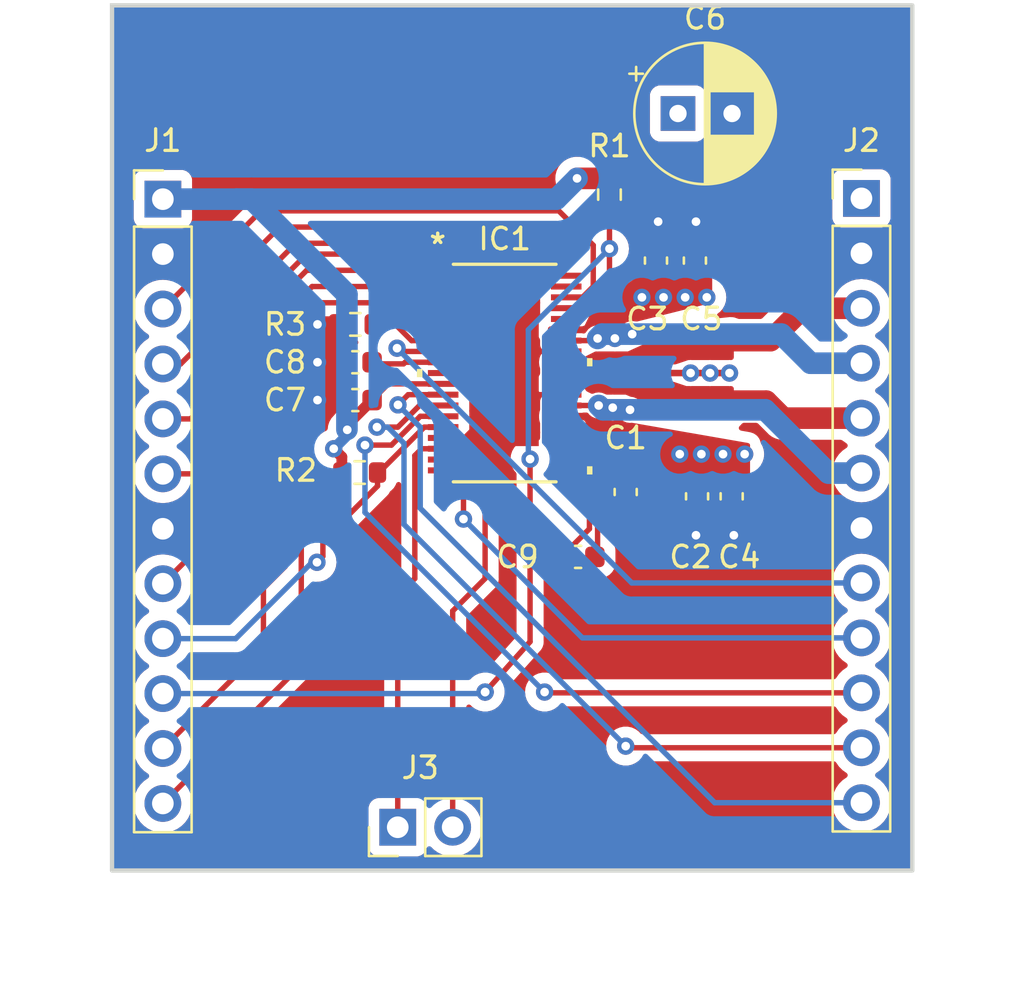
<source format=kicad_pcb>
(kicad_pcb (version 20221018) (generator pcbnew)
  (layers (0 "F.Cu" signal) (1 "In1.Cu" signal) (2 "In2.Cu" signal) (31 "B.Cu" signal) (34 "B.Paste" user) (35 "F.Paste" user) (36 "B.SilkS" user "B.Silkscreen") (37 "F.SilkS" user "F.Silkscreen") (38 "B.Mask" user) (39 "F.Mask" user) (44 "Edge.Cuts" user))
  (net 0 "")
  (net 1 "Vdrive")
  (net 2 "GND")
  (net 3 "/VCP")
  (net 4 "VCC")
  (net 5 "Net-(IC1-VDD1V8)")
  (net 6 "Net-(IC1-CPO)")
  (net 7 "Net-(IC1-CPI)")
  (net 8 "/MOSI")
  (net 9 "/MISO")
  (net 10 "/CLK16")
  (net 12 "/STEP")
  (net 13 "/DIR")
  (net 14 "Net-(IC1-IREF)")
  (net 15 "/AIN")
  (net 16 "/ENCN")
  (net 17 "/ENCB")
  (net 18 "/ENCA")
  (net 19 "/DRV_ENn")
  (net 20 "/DOAG0")
  (net 21 "/DIAG1{slash}SW")
  (net 22 "/OV")
  (net 25 "/B1")
  (net 26 "/B2")
  (net 27 "/A2")
  (net 28 "/A1")
  (net 30 "/SLEEPn")
  (net 31 "/CSn")
  (net 33 "/SCK")
  (footprint "Capacitor_SMD:C_0603_1608Metric" (layer "F.Cu") (at 131.3 69 180)
    (fp_text reference "C9" (at 2.8 0) (layer "F.SilkS"))
    (fp_text value "22n")
    (fp_line (start -0.14058 -0.51) (end 0.14058 -0.51) (stroke (width 0.12)) (layer "F.SilkS"))
    (fp_line (start -0.14058 0.51) (end 0.14058 0.51) (stroke (width 0.12)) (layer "F.SilkS"))
    (pad "1" smd roundrect (at -0.775 0 180) (size 0.9 0.95) (layers "F.Cu" "F.Paste" "F.Mask") (net 6 "Net-(IC1-CPO)"))
    (pad "2" smd roundrect (at 0.775 0 180) (size 0.9 0.95) (layers "F.Cu" "F.Paste" "F.Mask") (net 7 "Net-(IC1-CPI)"))
  )
  (footprint "TMC:TSSOP38_4-4X9-7_TRI" (layer "F.Cu") (at 127.9052 60.499999)
    (fp_text reference "IC1" (at 0 -6.2 unlocked) (layer "F.SilkS"))
    (fp_text value "~")
    (fp_text user "*" (at -3.0988 -5.9224 unlocked) (layer "F.SilkS"))
    (fp_text user "*" (at -3.0988 -5.9224) (layer "F.SilkS"))
    (fp_line (start -2.3749 5.0292) (end 2.3749 5.0292) (stroke (width 0.1524)) (layer "F.SilkS"))
    (fp_line (start 2.3749 -5.0292) (end -2.3749 -5.0292) (stroke (width 0.1524)) (layer "F.SilkS"))
    (fp_poly (pts (xy -4.058399 -0.1905) (xy -4.058399 0.1905) (xy -3.804399 0.1905) (xy -3.804399 -0.1905)) (fill solid) (layer "F.SilkS"))
    (fp_poly (pts (xy 4.058399 -0.690502) (xy 4.058399 -0.309502) (xy 3.804399 -0.309502) (xy 3.804399 -0.690502)) (fill solid) (layer "F.SilkS"))
    (fp_poly (pts (xy 4.058399 4.309499) (xy 4.058399 4.690499) (xy 3.804399 4.690499) (xy 3.804399 4.309499)) (fill solid) (layer "F.SilkS"))
    (pad "1" smd rect (at -2.8448 -4.499999) (size 1.411198 0.2794) (layers "F.Cu" "F.Paste" "F.Mask") (net 8 "/MOSI"))
    (pad "2" smd rect (at -2.8448 -4) (size 1.411198 0.2794) (layers "F.Cu" "F.Paste" "F.Mask") (net 9 "/MISO"))
    (pad "3" smd rect (at -2.8448 -3.500001) (size 1.411198 0.2794) (layers "F.Cu" "F.Paste" "F.Mask") (net 10 "/CLK16"))
    (pad "4" smd rect (at -2.8448 -2.999999) (size 1.411198 0.2794) (layers "F.Cu" "F.Paste" "F.Mask"))
    (pad "5" smd rect (at -2.8448 -2.5) (size 1.411198 0.2794) (layers "F.Cu" "F.Paste" "F.Mask") (net 12 "/STEP"))
    (pad "6" smd rect (at -2.8448 -2.000001) (size 1.411198 0.2794) (layers "F.Cu" "F.Paste" "F.Mask") (net 13 "/DIR"))
    (pad "7" smd rect (at -2.8448 -1.5) (size 1.411198 0.2794) (layers "F.Cu" "F.Paste" "F.Mask") (net 14 "Net-(IC1-IREF)"))
    (pad "8" smd rect (at -2.8448 -1.000001) (size 1.411198 0.2794) (layers "F.Cu" "F.Paste" "F.Mask") (net 15 "/AIN"))
    (pad "9" smd rect (at -2.8448 -0.499999) (size 1.411198 0.2794) (layers "F.Cu" "F.Paste" "F.Mask") (net 5 "Net-(IC1-VDD1V8)"))
    (pad "10" smd rect (at -2.8448 0) (size 1.411198 0.2794) (layers "F.Cu" "F.Paste" "F.Mask") (net 2 "GND"))
    (pad "11" smd rect (at -2.8448 0.499999) (size 1.411198 0.2794) (layers "F.Cu" "F.Paste" "F.Mask") (net 4 "VCC"))
    (pad "12" smd rect (at -2.8448 1.000001) (size 1.411198 0.2794) (layers "F.Cu" "F.Paste" "F.Mask") (net 16 "/ENCN"))
    (pad "13" smd rect (at -2.8448 1.5) (size 1.411198 0.2794) (layers "F.Cu" "F.Paste" "F.Mask") (net 17 "/ENCB"))
    (pad "14" smd rect (at -2.8448 2.000001) (size 1.411198 0.2794) (layers "F.Cu" "F.Paste" "F.Mask") (net 18 "/ENCA"))
    (pad "15" smd rect (at -2.8448 2.5) (size 1.411198 0.2794) (layers "F.Cu" "F.Paste" "F.Mask") (net 19 "/DRV_ENn"))
    (pad "16" smd rect (at -2.8448 2.999999) (size 1.411198 0.2794) (layers "F.Cu" "F.Paste" "F.Mask") (net 2 "GND"))
    (pad "17" smd rect (at -2.8448 3.500001) (size 1.411198 0.2794) (layers "F.Cu" "F.Paste" "F.Mask") (net 20 "/DOAG0"))
    (pad "18" smd rect (at -2.8448 4) (size 1.411198 0.2794) (layers "F.Cu" "F.Paste" "F.Mask") (net 21 "/DIAG1{slash}SW"))
    (pad "19" smd rect (at -2.8448 4.500001) (size 1.411198 0.2794) (layers "F.Cu" "F.Paste" "F.Mask") (net 22 "/OV"))
    (pad "20" smd rect (at 2.8448 4.499999) (size 1.411198 0.2794) (layers "F.Cu" "F.Paste" "F.Mask") (net 7 "Net-(IC1-CPI)"))
    (pad "21" smd rect (at 2.8448 4) (size 1.411198 0.2794) (layers "F.Cu" "F.Paste" "F.Mask"))
    (pad "22" smd rect (at 2.8448 3.500001) (size 1.411198 0.2794) (layers "F.Cu" "F.Paste" "F.Mask") (net 6 "Net-(IC1-CPO)"))
    (pad "23" smd rect (at 2.8448 2.999999) (size 1.411198 0.2794) (layers "F.Cu" "F.Paste" "F.Mask") (net 3 "/VCP"))
    (pad "24" smd rect (at 2.8448 2.5) (size 1.411198 0.2794) (layers "F.Cu" "F.Paste" "F.Mask"))
    (pad "25" smd rect (at 2.8448 1.999999) (size 1.411198 0.2794) (layers "F.Cu" "F.Paste" "F.Mask") (net 1 "Vdrive"))
    (pad "26" smd rect (at 2.8448 1.5) (size 1.411198 0.2794) (layers "F.Cu" "F.Paste" "F.Mask") (net 25 "/B1"))
    (pad "27" smd rect (at 2.8448 1.000001) (size 1.411198 0.2794) (layers "F.Cu" "F.Paste" "F.Mask") (net 2 "GND"))
    (pad "28" smd rect (at 2.8448 0.499999) (size 1.411198 0.2794) (layers "F.Cu" "F.Paste" "F.Mask") (net 26 "/B2"))
    (pad "29" smd rect (at 2.8448 0) (size 1.411198 0.2794) (layers "F.Cu" "F.Paste" "F.Mask") (net 1 "Vdrive"))
    (pad "30" smd rect (at 2.8448 -0.500002) (size 1.411198 0.2794) (layers "F.Cu" "F.Paste" "F.Mask") (net 27 "/A2"))
    (pad "31" smd rect (at 2.8448 -1.000001) (size 1.411198 0.2794) (layers "F.Cu" "F.Paste" "F.Mask") (net 2 "GND"))
    (pad "32" smd rect (at 2.8448 -1.5) (size 1.411198 0.2794) (layers "F.Cu" "F.Paste" "F.Mask") (net 28 "/A1"))
    (pad "33" smd rect (at 2.8448 -2.000001) (size 1.411198 0.2794) (layers "F.Cu" "F.Paste" "F.Mask") (net 1 "Vdrive"))
    (pad "34" smd rect (at 2.8448 -2.5) (size 1.411198 0.2794) (layers "F.Cu" "F.Paste" "F.Mask"))
    (pad "35" smd rect (at 2.8448 -2.999999) (size 1.411198 0.2794) (layers "F.Cu" "F.Paste" "F.Mask") (net 30 "/SLEEPn"))
    (pad "36" smd rect (at 2.8448 -3.500001) (size 1.411198 0.2794) (layers "F.Cu" "F.Paste" "F.Mask") (net 31 "/CSn"))
    (pad "37" smd rect (at 2.8448 -4) (size 1.411198 0.2794) (layers "F.Cu" "F.Paste" "F.Mask"))
    (pad "38" smd rect (at 2.8448 -4.500001) (size 1.411198 0.2794) (layers "F.Cu" "F.Paste" "F.Mask") (net 33 "/SCK"))
    (pad "39" smd rect (at 0 0) (size 3.1496 6.7564) (layers "F.Cu" "F.Mask") (net 2 "GND"))
  )
  (footprint "Capacitor_SMD:C_0603_1608Metric" (layer "F.Cu") (at 134.9 55.3 90)
    (fp_text reference "C3" (at -2.7 -0.4 180) (layer "F.SilkS"))
    (fp_text value "100n")
    (fp_line (start -0.14058 -0.51) (end 0.14058 -0.51) (stroke (width 0.12)) (layer "F.SilkS"))
    (fp_line (start -0.14058 0.51) (end 0.14058 0.51) (stroke (width 0.12)) (layer "F.SilkS"))
    (pad "1" smd roundrect (at -0.775 0 90) (size 0.9 0.95) (layers "F.Cu" "F.Paste" "F.Mask") (net 1 "Vdrive"))
    (pad "2" smd roundrect (at 0.775 0 90) (size 0.9 0.95) (layers "F.Cu" "F.Paste" "F.Mask") (net 2 "GND"))
  )
  (footprint "Capacitor_SMD:C_0603_1608Metric" (layer "F.Cu") (at 138.4 66.2 -90)
    (fp_text reference "C4" (at 2.8 -0.35 -180) (layer "F.SilkS"))
    (fp_text value "1u")
    (fp_line (start -0.14058 -0.51) (end 0.14058 -0.51) (stroke (width 0.12)) (layer "F.SilkS"))
    (fp_line (start -0.14058 0.51) (end 0.14058 0.51) (stroke (width 0.12)) (layer "F.SilkS"))
    (pad "1" smd roundrect (at -0.775 0 270) (size 0.9 0.95) (layers "F.Cu" "F.Paste" "F.Mask") (net 1 "Vdrive"))
    (pad "2" smd roundrect (at 0.775 0 270) (size 0.9 0.95) (layers "F.Cu" "F.Paste" "F.Mask") (net 2 "GND"))
  )
  (footprint "Resistor_SMD:R_0603_1608Metric" (layer "F.Cu") (at 121 58.25 180)
    (fp_text reference "R3" (at 3.25 0) (layer "F.SilkS"))
    (fp_text value "12k")
    (fp_line (start -0.237258 -0.5225) (end 0.237258 -0.5225) (stroke (width 0.12)) (layer "F.SilkS"))
    (fp_line (start -0.237258 0.5225) (end 0.237258 0.5225) (stroke (width 0.12)) (layer "F.SilkS"))
    (pad "1" smd roundrect (at -0.825 0 180) (size 0.8 0.95) (layers "F.Cu" "F.Paste" "F.Mask") (net 14 "Net-(IC1-IREF)"))
    (pad "2" smd roundrect (at 0.825 0 180) (size 0.8 0.95) (layers "F.Cu" "F.Paste" "F.Mask") (net 2 "GND"))
  )
  (footprint "Capacitor_THT:CP_Radial_D6.3mm_P2.50mm" (layer "F.Cu") (at 135.917621 48.5)
    (fp_text reference "C6" (at 1.25 -4.4) (layer "F.SilkS"))
    (fp_text value "47u")
    (fp_line (start -2.250241 -1.839) (end -1.620241 -1.839) (stroke (width 0.12)) (layer "F.SilkS"))
    (fp_line (start -1.935241 -2.154) (end -1.935241 -1.524) (stroke (width 0.12)) (layer "F.SilkS"))
    (fp_line (start 1.25 -3.23) (end 1.25 3.23) (stroke (width 0.12)) (layer "F.SilkS"))
    (fp_line (start 1.29 -3.23) (end 1.29 3.23) (stroke (width 0.12)) (layer "F.SilkS"))
    (fp_line (start 1.33 -3.23) (end 1.33 3.23) (stroke (width 0.12)) (layer "F.SilkS"))
    (fp_line (start 1.37 -3.228) (end 1.37 3.228) (stroke (width 0.12)) (layer "F.SilkS"))
    (fp_line (start 1.41 -3.227) (end 1.41 3.227) (stroke (width 0.12)) (layer "F.SilkS"))
    (fp_line (start 1.45 -3.224) (end 1.45 3.224) (stroke (width 0.12)) (layer "F.SilkS"))
    (fp_line (start 1.49 -3.222) (end 1.49 -1.04) (stroke (width 0.12)) (layer "F.SilkS"))
    (fp_line (start 1.49 1.04) (end 1.49 3.222) (stroke (width 0.12)) (layer "F.SilkS"))
    (fp_line (start 1.53 -3.218) (end 1.53 -1.04) (stroke (width 0.12)) (layer "F.SilkS"))
    (fp_line (start 1.53 1.04) (end 1.53 3.218) (stroke (width 0.12)) (layer "F.SilkS"))
    (fp_line (start 1.57 -3.215) (end 1.57 -1.04) (stroke (width 0.12)) (layer "F.SilkS"))
    (fp_line (start 1.57 1.04) (end 1.57 3.215) (stroke (width 0.12)) (layer "F.SilkS"))
    (fp_line (start 1.61 -3.211) (end 1.61 -1.04) (stroke (width 0.12)) (layer "F.SilkS"))
    (fp_line (start 1.61 1.04) (end 1.61 3.211) (stroke (width 0.12)) (layer "F.SilkS"))
    (fp_line (start 1.65 -3.206) (end 1.65 -1.04) (stroke (width 0.12)) (layer "F.SilkS"))
    (fp_line (start 1.65 1.04) (end 1.65 3.206) (stroke (width 0.12)) (layer "F.SilkS"))
    (fp_line (start 1.69 -3.201) (end 1.69 -1.04) (stroke (width 0.12)) (layer "F.SilkS"))
    (fp_line (start 1.69 1.04) (end 1.69 3.201) (stroke (width 0.12)) (layer "F.SilkS"))
    (fp_line (start 1.73 -3.195) (end 1.73 -1.04) (stroke (width 0.12)) (layer "F.SilkS"))
    (fp_line (start 1.73 1.04) (end 1.73 3.195) (stroke (width 0.12)) (layer "F.SilkS"))
    (fp_line (start 1.77 -3.189) (end 1.77 -1.04) (stroke (width 0.12)) (layer "F.SilkS"))
    (fp_line (start 1.77 1.04) (end 1.77 3.189) (stroke (width 0.12)) (layer "F.SilkS"))
    (fp_line (start 1.81 -3.182) (end 1.81 -1.04) (stroke (width 0.12)) (layer "F.SilkS"))
    (fp_line (start 1.81 1.04) (end 1.81 3.182) (stroke (width 0.12)) (layer "F.SilkS"))
    (fp_line (start 1.85 -3.175) (end 1.85 -1.04) (stroke (width 0.12)) (layer "F.SilkS"))
    (fp_line (start 1.85 1.04) (end 1.85 3.175) (stroke (width 0.12)) (layer "F.SilkS"))
    (fp_line (start 1.89 -3.167) (end 1.89 -1.04) (stroke (width 0.12)) (layer "F.SilkS"))
    (fp_line (start 1.89 1.04) (end 1.89 3.167) (stroke (width 0.12)) (layer "F.SilkS"))
    (fp_line (start 1.93 -3.159) (end 1.93 -1.04) (stroke (width 0.12)) (layer "F.SilkS"))
    (fp_line (start 1.93 1.04) (end 1.93 3.159) (stroke (width 0.12)) (layer "F.SilkS"))
    (fp_line (start 1.971 -3.15) (end 1.971 -1.04) (stroke (width 0.12)) (layer "F.SilkS"))
    (fp_line (start 1.971 1.04) (end 1.971 3.15) (stroke (width 0.12)) (layer "F.SilkS"))
    (fp_line (start 2.011 -3.141) (end 2.011 -1.04) (stroke (width 0.12)) (layer "F.SilkS"))
    (fp_line (start 2.011 1.04) (end 2.011 3.141) (stroke (width 0.12)) (layer "F.SilkS"))
    (fp_line (start 2.051 -3.131) (end 2.051 -1.04) (stroke (width 0.12)) (layer "F.SilkS"))
    (fp_line (start 2.051 1.04) (end 2.051 3.131) (stroke (width 0.12)) (layer "F.SilkS"))
    (fp_line (start 2.091 -3.121) (end 2.091 -1.04) (stroke (width 0.12)) (layer "F.SilkS"))
    (fp_line (start 2.091 1.04) (end 2.091 3.121) (stroke (width 0.12)) (layer "F.SilkS"))
    (fp_line (start 2.131 -3.11) (end 2.131 -1.04) (stroke (width 0.12)) (layer "F.SilkS"))
    (fp_line (start 2.131 1.04) (end 2.131 3.11) (stroke (width 0.12)) (layer "F.SilkS"))
    (fp_line (start 2.171 -3.098) (end 2.171 -1.04) (stroke (width 0.12)) (layer "F.SilkS"))
    (fp_line (start 2.171 1.04) (end 2.171 3.098) (stroke (width 0.12)) (layer "F.SilkS"))
    (fp_line (start 2.211 -3.086) (end 2.211 -1.04) (stroke (width 0.12)) (layer "F.SilkS"))
    (fp_line (start 2.211 1.04) (end 2.211 3.086) (stroke (width 0.12)) (layer "F.SilkS"))
    (fp_line (start 2.251 -3.074) (end 2.251 -1.04) (stroke (width 0.12)) (layer "F.SilkS"))
    (fp_line (start 2.251 1.04) (end 2.251 3.074) (stroke (width 0.12)) (layer "F.SilkS"))
    (fp_line (start 2.291 -3.061) (end 2.291 -1.04) (stroke (width 0.12)) (layer "F.SilkS"))
    (fp_line (start 2.291 1.04) (end 2.291 3.061) (stroke (width 0.12)) (layer "F.SilkS"))
    (fp_line (start 2.331 -3.047) (end 2.331 -1.04) (stroke (width 0.12)) (layer "F.SilkS"))
    (fp_line (start 2.331 1.04) (end 2.331 3.047) (stroke (width 0.12)) (layer "F.SilkS"))
    (fp_line (start 2.371 -3.033) (end 2.371 -1.04) (stroke (width 0.12)) (layer "F.SilkS"))
    (fp_line (start 2.371 1.04) (end 2.371 3.033) (stroke (width 0.12)) (layer "F.SilkS"))
    (fp_line (start 2.411 -3.018) (end 2.411 -1.04) (stroke (width 0.12)) (layer "F.SilkS"))
    (fp_line (start 2.411 1.04) (end 2.411 3.018) (stroke (width 0.12)) (layer "F.SilkS"))
    (fp_line (start 2.451 -3.002) (end 2.451 -1.04) (stroke (width 0.12)) (layer "F.SilkS"))
    (fp_line (start 2.451 1.04) (end 2.451 3.002) (stroke (width 0.12)) (layer "F.SilkS"))
    (fp_line (start 2.491 -2.986) (end 2.491 -1.04) (stroke (width 0.12)) (layer "F.SilkS"))
    (fp_line (start 2.491 1.04) (end 2.491 2.986) (stroke (width 0.12)) (layer "F.SilkS"))
    (fp_line (start 2.531 -2.97) (end 2.531 -1.04) (stroke (width 0.12)) (layer "F.SilkS"))
    (fp_line (start 2.531 1.04) (end 2.531 2.97) (stroke (width 0.12)) (layer "F.SilkS"))
    (fp_line (start 2.571 -2.952) (end 2.571 -1.04) (stroke (width 0.12)) (layer "F.SilkS"))
    (fp_line (start 2.571 1.04) (end 2.571 2.952) (stroke (width 0.12)) (layer "F.SilkS"))
    (fp_line (start 2.611 -2.934) (end 2.611 -1.04) (stroke (width 0.12)) (layer "F.SilkS"))
    (fp_line (start 2.611 1.04) (end 2.611 2.934) (stroke (width 0.12)) (layer "F.SilkS"))
    (fp_line (start 2.651 -2.916) (end 2.651 -1.04) (stroke (width 0.12)) (layer "F.SilkS"))
    (fp_line (start 2.651 1.04) (end 2.651 2.916) (stroke (width 0.12)) (layer "F.SilkS"))
    (fp_line (start 2.691 -2.896) (end 2.691 -1.04) (stroke (width 0.12)) (layer "F.SilkS"))
    (fp_line (start 2.691 1.04) (end 2.691 2.896) (stroke (width 0.12)) (layer "F.SilkS"))
    (fp_line (start 2.731 -2.876) (end 2.731 -1.04) (stroke (width 0.12)) (layer "F.SilkS"))
    (fp_line (start 2.731 1.04) (end 2.731 2.876) (stroke (width 0.12)) (layer "F.SilkS"))
    (fp_line (start 2.771 -2.856) (end 2.771 -1.04) (stroke (width 0.12)) (layer "F.SilkS"))
    (fp_line (start 2.771 1.04) (end 2.771 2.856) (stroke (width 0.12)) (layer "F.SilkS"))
    (fp_line (start 2.811 -2.834) (end 2.811 -1.04) (stroke (width 0.12)) (layer "F.SilkS"))
    (fp_line (start 2.811 1.04) (end 2.811 2.834) (stroke (width 0.12)) (layer "F.SilkS"))
    (fp_line (start 2.851 -2.812) (end 2.851 -1.04) (stroke (width 0.12)) (layer "F.SilkS"))
    (fp_line (start 2.851 1.04) (end 2.851 2.812) (stroke (width 0.12)) (layer "F.SilkS"))
    (fp_line (start 2.891 -2.79) (end 2.891 -1.04) (stroke (width 0.12)) (layer "F.SilkS"))
    (fp_line (start 2.891 1.04) (end 2.891 2.79) (stroke (width 0.12)) (layer "F.SilkS"))
    (fp_line (start 2.931 -2.766) (end 2.931 -1.04) (stroke (width 0.12)) (layer "F.SilkS"))
    (fp_line (start 2.931 1.04) (end 2.931 2.766) (stroke (width 0.12)) (layer "F.SilkS"))
    (fp_line (start 2.971 -2.742) (end 2.971 -1.04) (stroke (width 0.12)) (layer "F.SilkS"))
    (fp_line (start 2.971 1.04) (end 2.971 2.742) (stroke (width 0.12)) (layer "F.SilkS"))
    (fp_line (start 3.011 -2.716) (end 3.011 -1.04) (stroke (width 0.12)) (layer "F.SilkS"))
    (fp_line (start 3.011 1.04) (end 3.011 2.716) (stroke (width 0.12)) (layer "F.SilkS"))
    (fp_line (start 3.051 -2.69) (end 3.051 -1.04) (stroke (width 0.12)) (layer "F.SilkS"))
    (fp_line (start 3.051 1.04) (end 3.051 2.69) (stroke (width 0.12)) (layer "F.SilkS"))
    (fp_line (start 3.091 -2.664) (end 3.091 -1.04) (stroke (width 0.12)) (layer "F.SilkS"))
    (fp_line (start 3.091 1.04) (end 3.091 2.664) (stroke (width 0.12)) (layer "F.SilkS"))
    (fp_line (start 3.131 -2.636) (end 3.131 -1.04) (stroke (width 0.12)) (layer "F.SilkS"))
    (fp_line (start 3.131 1.04) (end 3.131 2.636) (stroke (width 0.12)) (layer "F.SilkS"))
    (fp_line (start 3.171 -2.607) (end 3.171 -1.04) (stroke (width 0.12)) (layer "F.SilkS"))
    (fp_line (start 3.171 1.04) (end 3.171 2.607) (stroke (width 0.12)) (layer "F.SilkS"))
    (fp_line (start 3.211 -2.578) (end 3.211 -1.04) (stroke (width 0.12)) (layer "F.SilkS"))
    (fp_line (start 3.211 1.04) (end 3.211 2.578) (stroke (width 0.12)) (layer "F.SilkS"))
    (fp_line (start 3.251 -2.548) (end 3.251 -1.04) (stroke (width 0.12)) (layer "F.SilkS"))
    (fp_line (start 3.251 1.04) (end 3.251 2.548) (stroke (width 0.12)) (layer "F.SilkS"))
    (fp_line (start 3.291 -2.516) (end 3.291 -1.04) (stroke (width 0.12)) (layer "F.SilkS"))
    (fp_line (start 3.291 1.04) (end 3.291 2.516) (stroke (width 0.12)) (layer "F.SilkS"))
    (fp_line (start 3.331 -2.484) (end 3.331 -1.04) (stroke (width 0.12)) (layer "F.SilkS"))
    (fp_line (start 3.331 1.04) (end 3.331 2.484) (stroke (width 0.12)) (layer "F.SilkS"))
    (fp_line (start 3.371 -2.45) (end 3.371 -1.04) (stroke (width 0.12)) (layer "F.SilkS"))
    (fp_line (start 3.371 1.04) (end 3.371 2.45) (stroke (width 0.12)) (layer "F.SilkS"))
    (fp_line (start 3.411 -2.416) (end 3.411 -1.04) (stroke (width 0.12)) (layer "F.SilkS"))
    (fp_line (start 3.411 1.04) (end 3.411 2.416) (stroke (width 0.12)) (layer "F.SilkS"))
    (fp_line (start 3.451 -2.38) (end 3.451 -1.04) (stroke (width 0.12)) (layer "F.SilkS"))
    (fp_line (start 3.451 1.04) (end 3.451 2.38) (stroke (width 0.12)) (layer "F.SilkS"))
    (fp_line (start 3.491 -2.343) (end 3.491 -1.04) (stroke (width 0.12)) (layer "F.SilkS"))
    (fp_line (start 3.491 1.04) (end 3.491 2.343) (stroke (width 0.12)) (layer "F.SilkS"))
    (fp_line (start 3.531 -2.305) (end 3.531 -1.04) (stroke (width 0.12)) (layer "F.SilkS"))
    (fp_line (start 3.531 1.04) (end 3.531 2.305) (stroke (width 0.12)) (layer "F.SilkS"))
    (fp_line (start 3.571 -2.265) (end 3.571 2.265) (stroke (width 0.12)) (layer "F.SilkS"))
    (fp_line (start 3.611 -2.224) (end 3.611 2.224) (stroke (width 0.12)) (layer "F.SilkS"))
    (fp_line (start 3.651 -2.182) (end 3.651 2.182) (stroke (width 0.12)) (layer "F.SilkS"))
    (fp_line (start 3.691 -2.137) (end 3.691 2.137) (stroke (width 0.12)) (layer "F.SilkS"))
    (fp_line (start 3.731 -2.092) (end 3.731 2.092) (stroke (width 0.12)) (layer "F.SilkS"))
    (fp_line (start 3.771 -2.044) (end 3.771 2.044) (stroke (width 0.12)) (layer "F.SilkS"))
    (fp_line (start 3.811 -1.995) (end 3.811 1.995) (stroke (width 0.12)) (layer "F.SilkS"))
    (fp_line (start 3.851 -1.944) (end 3.851 1.944) (stroke (width 0.12)) (layer "F.SilkS"))
    (fp_line (start 3.891 -1.89) (end 3.891 1.89) (stroke (width 0.12)) (layer "F.SilkS"))
    (fp_line (start 3.931 -1.834) (end 3.931 1.834) (stroke (width 0.12)) (layer "F.SilkS"))
    (fp_line (start 3.971 -1.776) (end 3.971 1.776) (stroke (width 0.12)) (layer "F.SilkS"))
    (fp_line (start 4.011 -1.714) (end 4.011 1.714) (stroke (width 0.12)) (layer "F.SilkS"))
    (fp_line (start 4.051 -1.65) (end 4.051 1.65) (stroke (width 0.12)) (layer "F.SilkS"))
    (fp_line (start 4.091 -1.581) (end 4.091 1.581) (stroke (width 0.12)) (layer "F.SilkS"))
    (fp_line (start 4.131 -1.509) (end 4.131 1.509) (stroke (width 0.12)) (layer "F.SilkS"))
    (fp_line (start 4.171 -1.432) (end 4.171 1.432) (stroke (width 0.12)) (layer "F.SilkS"))
    (fp_line (start 4.211 -1.35) (end 4.211 1.35) (stroke (width 0.12)) (layer "F.SilkS"))
    (fp_line (start 4.251 -1.262) (end 4.251 1.262) (stroke (width 0.12)) (layer "F.SilkS"))
    (fp_line (start 4.291 -1.165) (end 4.291 1.165) (stroke (width 0.12)) (layer "F.SilkS"))
    (fp_line (start 4.331 -1.059) (end 4.331 1.059) (stroke (width 0.12)) (layer "F.SilkS"))
    (fp_line (start 4.371 -0.94) (end 4.371 0.94) (stroke (width 0.12)) (layer "F.SilkS"))
    (fp_line (start 4.411 -0.802) (end 4.411 0.802) (stroke (width 0.12)) (layer "F.SilkS"))
    (fp_line (start 4.451 -0.633) (end 4.451 0.633) (stroke (width 0.12)) (layer "F.SilkS"))
    (fp_line (start 4.491 -0.402) (end 4.491 0.402) (stroke (width 0.12)) (layer "F.SilkS"))
    (fp_circle (center 1.25 0) (end 4.52 0) (stroke (width 0.12)) (fill none) (layer "F.SilkS"))
    (pad "1" thru_hole rect (at 0 0) (size 1.6 1.6) (drill 0.8) (layers "*.Cu" "*.Mask") (net 1 "Vdrive"))
    (pad "2" thru_hole circle (at 2.5 0) (size 1.6 1.6) (drill 0.8) (layers "*.Cu" "*.Mask") (net 2 "GND"))
  )
  (footprint "Capacitor_SMD:C_0603_1608Metric" (layer "F.Cu") (at 136.7 55.3 90)
    (fp_text reference "C5" (at -2.7 0.3 180) (layer "F.SilkS"))
    (fp_text value "1u")
    (fp_line (start -0.14058 -0.51) (end 0.14058 -0.51) (stroke (width 0.12)) (layer "F.SilkS"))
    (fp_line (start -0.14058 0.51) (end 0.14058 0.51) (stroke (width 0.12)) (layer "F.SilkS"))
    (pad "1" smd roundrect (at -0.775 0 90) (size 0.9 0.95) (layers "F.Cu" "F.Paste" "F.Mask") (net 1 "Vdrive"))
    (pad "2" smd roundrect (at 0.775 0 90) (size 0.9 0.95) (layers "F.Cu" "F.Paste" "F.Mask") (net 2 "GND"))
  )
  (footprint "Connector_PinHeader_2.54mm:PinHeader_1x12_P2.54mm_Vertical" (layer "F.Cu") (at 112.1 52.46)
    (fp_text reference "J1" (at 0 -2.71) (layer "F.SilkS"))
    (fp_text value "Conn_01x12_Socket")
    (fp_line (start -1.33 -1.33) (end 0 -1.33) (stroke (width 0.12)) (layer "F.SilkS"))
    (fp_line (start -1.33 0) (end -1.33 -1.33) (stroke (width 0.12)) (layer "F.SilkS"))
    (fp_line (start -1.33 1.27) (end -1.33 29.27) (stroke (width 0.12)) (layer "F.SilkS"))
    (fp_line (start -1.33 1.27) (end 1.33 1.27) (stroke (width 0.12)) (layer "F.SilkS"))
    (fp_line (start -1.33 29.27) (end 1.33 29.27) (stroke (width 0.12)) (layer "F.SilkS"))
    (fp_line (start 1.33 1.27) (end 1.33 29.27) (stroke (width 0.12)) (layer "F.SilkS"))
    (pad "1" thru_hole rect (at 0 0) (size 1.7 1.7) (drill 1) (layers "*.Cu" "*.Mask") (net 4 "VCC"))
    (pad "2" thru_hole oval (at 0 2.54) (size 1.7 1.7) (drill 1) (layers "*.Cu" "*.Mask") (net 2 "GND"))
    (pad "3" thru_hole oval (at 0 5.08) (size 1.7 1.7) (drill 1) (layers "*.Cu" "*.Mask") (net 31 "/CSn"))
    (pad "4" thru_hole oval (at 0 7.62) (size 1.7 1.7) (drill 1) (layers "*.Cu" "*.Mask") (net 33 "/SCK"))
    (pad "5" thru_hole oval (at 0 10.16) (size 1.7 1.7) (drill 1) (layers "*.Cu" "*.Mask") (net 8 "/MOSI"))
    (pad "6" thru_hole oval (at 0 12.7) (size 1.7 1.7) (drill 1) (layers "*.Cu" "*.Mask") (net 9 "/MISO"))
    (pad "7" thru_hole oval (at 0 15.24) (size 1.7 1.7) (drill 1) (layers "*.Cu" "*.Mask") (net 2 "GND"))
    (pad "8" thru_hole oval (at 0 17.78) (size 1.7 1.7) (drill 1) (layers "*.Cu" "*.Mask") (net 10 "/CLK16"))
    (pad "9" thru_hole oval (at 0 20.32) (size 1.7 1.7) (drill 1) (layers "*.Cu" "*.Mask") (net 19 "/DRV_ENn"))
    (pad "10" thru_hole oval (at 0 22.86) (size 1.7 1.7) (drill 1) (layers "*.Cu" "*.Mask") (net 30 "/SLEEPn"))
    (pad "11" thru_hole oval (at 0 25.4) (size 1.7 1.7) (drill 1) (layers "*.Cu" "*.Mask") (net 12 "/STEP"))
    (pad "12" thru_hole oval (at 0 27.94) (size 1.7 1.7) (drill 1) (layers "*.Cu" "*.Mask") (net 13 "/DIR"))
  )
  (footprint "Capacitor_SMD:C_0603_1608Metric" (layer "F.Cu") (at 121 60 180)
    (fp_text reference "C8" (at 3.25 0) (layer "F.SilkS"))
    (fp_text value "2.2u")
    (fp_line (start -0.14058 -0.51) (end 0.14058 -0.51) (stroke (width 0.12)) (layer "F.SilkS"))
    (fp_line (start -0.14058 0.51) (end 0.14058 0.51) (stroke (width 0.12)) (layer "F.SilkS"))
    (pad "1" smd roundrect (at -0.775 0 180) (size 0.9 0.95) (layers "F.Cu" "F.Paste" "F.Mask") (net 5 "Net-(IC1-VDD1V8)"))
    (pad "2" smd roundrect (at 0.775 0 180) (size 0.9 0.95) (layers "F.Cu" "F.Paste" "F.Mask") (net 2 "GND"))
  )
  (footprint "Resistor_SMD:R_0603_1608Metric" (layer "F.Cu") (at 132.75 52.25 -90)
    (fp_text reference "R1" (at -2.25 0 -180) (layer "F.SilkS"))
    (fp_text value "4k7")
    (fp_line (start -0.237258 -0.5225) (end 0.237258 -0.5225) (stroke (width 0.12)) (layer "F.SilkS"))
    (fp_line (start -0.237258 0.5225) (end 0.237258 0.5225) (stroke (width 0.12)) (layer "F.SilkS"))
    (pad "1" smd roundrect (at -0.825 0 270) (size 0.8 0.95) (layers "F.Cu" "F.Paste" "F.Mask") (net 4 "VCC"))
    (pad "2" smd roundrect (at 0.825 0 270) (size 0.8 0.95) (layers "F.Cu" "F.Paste" "F.Mask") (net 30 "/SLEEPn"))
  )
  (footprint "Connector_PinHeader_2.54mm:PinHeader_1x12_P2.54mm_Vertical" (layer "F.Cu") (at 144.4 52.425)
    (fp_text reference "J2" (at 0 -2.675) (layer "F.SilkS"))
    (fp_text value "Conn_01x12_Socket")
    (fp_line (start -1.33 -1.33) (end 0 -1.33) (stroke (width 0.12)) (layer "F.SilkS"))
    (fp_line (start -1.33 0) (end -1.33 -1.33) (stroke (width 0.12)) (layer "F.SilkS"))
    (fp_line (start -1.33 1.27) (end -1.33 29.27) (stroke (width 0.12)) (layer "F.SilkS"))
    (fp_line (start -1.33 1.27) (end 1.33 1.27) (stroke (width 0.12)) (layer "F.SilkS"))
    (fp_line (start -1.33 29.27) (end 1.33 29.27) (stroke (width 0.12)) (layer "F.SilkS"))
    (fp_line (start 1.33 1.27) (end 1.33 29.27) (stroke (width 0.12)) (layer "F.SilkS"))
    (pad "1" thru_hole rect (at 0 0) (size 1.7 1.7) (drill 1) (layers "*.Cu" "*.Mask") (net 1 "Vdrive"))
    (pad "2" thru_hole oval (at 0 2.54) (size 1.7 1.7) (drill 1) (layers "*.Cu" "*.Mask") (net 2 "GND"))
    (pad "3" thru_hole oval (at 0 5.08) (size 1.7 1.7) (drill 1) (layers "*.Cu" "*.Mask") (net 27 "/A2"))
    (pad "4" thru_hole oval (at 0 7.62) (size 1.7 1.7) (drill 1) (layers "*.Cu" "*.Mask") (net 28 "/A1"))
    (pad "5" thru_hole oval (at 0 10.16) (size 1.7 1.7) (drill 1) (layers "*.Cu" "*.Mask") (net 26 "/B2"))
    (pad "6" thru_hole oval (at 0 12.7) (size 1.7 1.7) (drill 1) (layers "*.Cu" "*.Mask") (net 25 "/B1"))
    (pad "7" thru_hole oval (at 0 15.24) (size 1.7 1.7) (drill 1) (layers "*.Cu" "*.Mask") (net 2 "GND"))
    (pad "8" thru_hole oval (at 0 17.78) (size 1.7 1.7) (drill 1) (layers "*.Cu" "*.Mask") (net 15 "/AIN"))
    (pad "9" thru_hole oval (at 0 20.32) (size 1.7 1.7) (drill 1) (layers "*.Cu" "*.Mask") (net 22 "/OV"))
    (pad "10" thru_hole oval (at 0 22.86) (size 1.7 1.7) (drill 1) (layers "*.Cu" "*.Mask") (net 18 "/ENCA"))
    (pad "11" thru_hole oval (at 0 25.4) (size 1.7 1.7) (drill 1) (layers "*.Cu" "*.Mask") (net 17 "/ENCB"))
    (pad "12" thru_hole oval (at 0 27.94) (size 1.7 1.7) (drill 1) (layers "*.Cu" "*.Mask") (net 16 "/ENCN"))
  )
  (footprint "Resistor_SMD:R_0603_1608Metric" (layer "F.Cu") (at 121.2 65.1)
    (fp_text reference "R2" (at -2.95 -0.1) (layer "F.SilkS"))
    (fp_text value "4k7")
    (fp_line (start -0.237258 -0.5225) (end 0.237258 -0.5225) (stroke (width 0.12)) (layer "F.SilkS"))
    (fp_line (start -0.237258 0.5225) (end 0.237258 0.5225) (stroke (width 0.12)) (layer "F.SilkS"))
    (pad "1" smd roundrect (at -0.825 0) (size 0.8 0.95) (layers "F.Cu" "F.Paste" "F.Mask") (net 4 "VCC"))
    (pad "2" smd roundrect (at 0.825 0) (size 0.8 0.95) (layers "F.Cu" "F.Paste" "F.Mask") (net 19 "/DRV_ENn"))
  )
  (footprint "Capacitor_SMD:C_0603_1608Metric" (layer "F.Cu") (at 121 61.75 180)
    (fp_text reference "C7" (at 3.25 0) (layer "F.SilkS"))
    (fp_text value "100n")
    (fp_line (start -0.14058 -0.51) (end 0.14058 -0.51) (stroke (width 0.12)) (layer "F.SilkS"))
    (fp_line (start -0.14058 0.51) (end 0.14058 0.51) (stroke (width 0.12)) (layer "F.SilkS"))
    (pad "1" smd roundrect (at -0.775 0 180) (size 0.9 0.95) (layers "F.Cu" "F.Paste" "F.Mask") (net 4 "VCC"))
    (pad "2" smd roundrect (at 0.775 0 180) (size 0.9 0.95) (layers "F.Cu" "F.Paste" "F.Mask") (net 2 "GND"))
  )
  (footprint "Capacitor_SMD:C_0603_1608Metric" (layer "F.Cu") (at 133.5 66 -90)
    (fp_text reference "C1" (at -2.5 0 -180) (layer "F.SilkS"))
    (fp_text value "C")
    (fp_line (start -0.14058 -0.51) (end 0.14058 -0.51) (stroke (width 0.12)) (layer "F.SilkS"))
    (fp_line (start -0.14058 0.51) (end 0.14058 0.51) (stroke (width 0.12)) (layer "F.SilkS"))
    (pad "1" smd roundrect (at -0.775 0 270) (size 0.9 0.95) (layers "F.Cu" "F.Paste" "F.Mask") (net 3 "/VCP"))
    (pad "2" smd roundrect (at 0.775 0 270) (size 0.9 0.95) (layers "F.Cu" "F.Paste" "F.Mask") (net 1 "Vdrive"))
  )
  (footprint "Capacitor_SMD:C_0603_1608Metric" (layer "F.Cu") (at 136.8 66.2 -90)
    (fp_text reference "C2" (at 2.8 0.3 -180) (layer "F.SilkS"))
    (fp_text value "100n")
    (fp_line (start -0.14058 -0.51) (end 0.14058 -0.51) (stroke (width 0.12)) (layer "F.SilkS"))
    (fp_line (start -0.14058 0.51) (end 0.14058 0.51) (stroke (width 0.12)) (layer "F.SilkS"))
    (pad "1" smd roundrect (at -0.775 0 270) (size 0.9 0.95) (layers "F.Cu" "F.Paste" "F.Mask") (net 1 "Vdrive"))
    (pad "2" smd roundrect (at 0.775 0 270) (size 0.9 0.95) (layers "F.Cu" "F.Paste" "F.Mask") (net 2 "GND"))
  )
  (footprint "Connector_PinHeader_2.54mm:PinHeader_1x02_P2.54mm_Vertical" (layer "F.Cu") (at 122.96 81.5 90)
    (fp_text reference "J3" (at 2.75 1.04 180) (layer "F.SilkS"))
    (fp_text value "Conn_01x02_Socket")
    (fp_line (start -1.33 -1.33) (end 0 -1.33) (stroke (width 0.12)) (layer "F.SilkS"))
    (fp_line (start -1.33 0) (end -1.33 -1.33) (stroke (width 0.12)) (layer "F.SilkS"))
    (fp_line (start -1.33 1.27) (end -1.33 3.87) (stroke (width 0.12)) (layer "F.SilkS"))
    (fp_line (start -1.33 1.27) (end 1.33 1.27) (stroke (width 0.12)) (layer "F.SilkS"))
    (fp_line (start -1.33 3.87) (end 1.33 3.87) (stroke (width 0.12)) (layer "F.SilkS"))
    (fp_line (start 1.33 1.27) (end 1.33 3.87) (stroke (width 0.12)) (layer "F.SilkS"))
    (pad "1" thru_hole rect (at 0 0 90) (size 1.7 1.7) (drill 1) (layers "*.Cu" "*.Mask") (net 20 "/DOAG0"))
    (pad "2" thru_hole oval (at 0 2.54 90) (size 1.7 1.7) (drill 1) (layers "*.Cu" "*.Mask") (net 21 "/DIAG1{slash}SW"))
  )
  (gr_rect (start 109.75 43.5) (end 146.75 83.5) (stroke (width 0.2)) (fill none) (layer "Edge.Cuts"))
  (segment (start 136.8 65.425) (end 135.083148 65.425) (width 1) (layer "F.Cu") (net 1))
  (segment (start 136.6 60.5) (end 136.5 60.5) (width 0.5) (layer "F.Cu") (net 1))
  (segment (start 135.083148 65.425) (end 133.733148 66.775) (width 1) (layer "F.Cu") (net 1))
  (segment (start 133.733148 66.775) (end 133.5 66.775) (width 1) (layer "F.Cu") (net 1))
  (segment (start 130.75 60.499999) (end 132.799999 60.499999) (width 0.25) (layer "F.Cu") (net 1))
  (segment (start 138.3 60.5) (end 132.500001 60.5) (width 0.3) (layer "F.Cu") (net 1))
  (segment (start 136 64.25) (end 136 64.625) (width 1) (layer "F.Cu") (net 1))
  (segment (start 136 64.625) (end 136.8 65.425) (width 1) (layer "F.Cu") (net 1))
  (via (at 135.25 57) (size 0.8) (drill 0.4) (layers "F.Cu" "B.Cu") (net 1))
  (via (at 136.25 57) (size 0.8) (drill 0.4) (layers "F.Cu" "B.Cu") (net 1))
  (via (at 138.3 60.5) (size 0.8) (drill 0.4) (layers "F.Cu" "B.Cu") (net 1))
  (via (at 137.25 57) (size 0.8) (drill 0.4) (layers "F.Cu" "B.Cu") (net 1))
  (via (at 138 64.25) (size 0.8) (drill 0.4) (layers "F.Cu" "B.Cu") (net 1))
  (via (at 139 64.25) (size 0.8) (drill 0.4) (layers "F.Cu" "B.Cu") (net 1))
  (via (at 134.25 57) (size 0.8) (drill 0.4) (layers "F.Cu" "B.Cu") (net 1))
  (via (at 136 64.25) (size 0.8) (drill 0.4) (layers "F.Cu" "B.Cu") (net 1))
  (via (at 137 64.25) (size 0.8) (drill 0.4) (layers "F.Cu" "B.Cu") (net 1))
  (via (at 136.5 60.5) (size 0.8) (drill 0.4) (layers "F.Cu" "B.Cu") (net 1))
  (via (at 137.4 60.5) (size 0.8) (drill 0.4) (layers "F.Cu" "B.Cu") (net 1))
  (segment (start 127.9052 61.650498) (end 127.9052 60.499999) (width 0.25) (layer "F.Cu") (net 2))
  (segment (start 128.905201 59.499998) (end 127.9052 60.499999) (width 0.25) (layer "F.Cu") (net 2))
  (segment (start 126.0557 63.499998) (end 127.9052 61.650498) (width 0.25) (layer "F.Cu") (net 2))
  (segment (start 125.0604 60.499999) (end 127.9052 60.499999) (width 0.25) (layer "F.Cu") (net 2))
  (segment (start 130.75 59.499998) (end 128.905201 59.499998) (width 0.25) (layer "F.Cu") (net 2))
  (segment (start 130.75 61.5) (end 128.905201 61.5) (width 0.25) (layer "F.Cu") (net 2))
  (segment (start 128.905201 61.5) (end 127.9052 60.499999) (width 0.25) (layer "F.Cu") (net 2))
  (segment (start 125.0604 63.499998) (end 126.0557 63.499998) (width 0.25) (layer "F.Cu") (net 2))
  (via (at 136.75 68) (size 0.8) (drill 0.4) (layers "F.Cu" "B.Cu") (net 2))
  (via (at 138.5 68) (size 0.8) (drill 0.4) (layers "F.Cu" "B.Cu") (net 2))
  (via (at 135 53.5) (size 0.8) (drill 0.4) (layers "F.Cu" "B.Cu") (net 2))
  (via (at 119.25 61.75) (size 0.8) (drill 0.4) (layers "F.Cu" "B.Cu") (net 2))
  (via (at 136.75 53.5) (size 0.8) (drill 0.4) (layers "F.Cu" "B.Cu") (net 2))
  (via (at 119.25 60) (size 0.8) (drill 0.4) (layers "F.Cu" "B.Cu") (net 2))
  (via (at 119.25 58.25) (size 0.8) (drill 0.4) (layers "F.Cu" "B.Cu") (net 2))
  (segment (start 131.745297 63.499998) (end 130.75 63.499998) (width 0.25) (layer "F.Cu") (net 3))
  (segment (start 133.470299 65.225) (end 131.745297 63.499998) (width 0.25) (layer "F.Cu") (net 3))
  (segment (start 133.5 65.225) (end 133.470299 65.225) (width 0.25) (layer "F.Cu") (net 3))
  (segment (start 120.625 62.9) (end 121.775 61.75) (width 0.5) (layer "F.Cu") (net 4))
  (segment (start 132.675 51.5) (end 132.75 51.425) (width 1) (layer "F.Cu") (net 4))
  (segment (start 125.0604 60.999998) (end 122.525002 60.999998) (width 0.25) (layer "F.Cu") (net 4))
  (segment (start 120.625 63.125) (end 120.625 62.9) (width 0.5) (layer "F.Cu") (net 4))
  (segment (start 122.525002 60.999998) (end 121.775 61.75) (width 0.25) (layer "F.Cu") (net 4))
  (segment (start 120 64) (end 120.375 64.375) (width 0.5) (layer "F.Cu") (net 4))
  (segment (start 120.375 64.375) (end 120.375 65.1) (width 0.5) (layer "F.Cu") (net 4))
  (segment (start 131.25 51.5) (end 132.675 51.5) (width 1) (layer "F.Cu") (net 4))
  (via (at 131.25 51.5) (size 0.8) (drill 0.4) (layers "F.Cu" "B.Cu") (net 4))
  (via (at 120.625 63.125) (size 0.8) (drill 0.4) (layers "F.Cu" "B.Cu") (net 4))
  (via (at 120 64) (size 0.8) (drill 0.4) (layers "F.Cu" "B.Cu") (net 4))
  (segment (start 112.1 52.46) (end 115.5 52.46) (width 1) (layer "B.Cu") (net 4))
  (segment (start 115.5 52.46) (end 130.29 52.46) (width 1) (layer "B.Cu") (net 4))
  (segment (start 130.29 52.46) (end 131.25 51.5) (width 1) (layer "B.Cu") (net 4))
  (segment (start 120.625 63.125) (end 120.625 63.375) (width 0.5) (layer "B.Cu") (net 4))
  (segment (start 116.21 52.46) (end 120.610789 56.860789) (width 1) (layer "B.Cu") (net 4))
  (segment (start 120.610789 56.860789) (end 120.610789 63.110789) (width 1) (layer "B.Cu") (net 4))
  (segment (start 120.625 63.375) (end 120 64) (width 0.5) (layer "B.Cu") (net 4))
  (segment (start 115.5 52.46) (end 116.21 52.46) (width 1) (layer "B.Cu") (net 4))
  (segment (start 125.0604 60) (end 123.304294 60) (width 0.25) (layer "F.Cu") (net 5))
  (segment (start 121.850985 60.075985) (end 121.775 60) (width 0.25) (layer "F.Cu") (net 5))
  (segment (start 123.304294 60) (end 123.228309 60.075985) (width 0.25) (layer "F.Cu") (net 5))
  (segment (start 123.228309 60.075985) (end 121.850985 60.075985) (width 0.25) (layer "F.Cu") (net 5))
  (segment (start 132.2 64.6) (end 132.2 68.875) (width 0.25) (layer "F.Cu") (net 6))
  (segment (start 131.6 64) (end 132.2 64.6) (width 0.25) (layer "F.Cu") (net 6))
  (segment (start 130.75 64) (end 131.6 64) (width 0.25) (layer "F.Cu") (net 6))
  (segment (start 132.2 68.875) (end 132.075 69) (width 0.25) (layer "F.Cu") (net 6))
  (segment (start 131.823 65.3) (end 131.522998 64.999998) (width 0.25) (layer "F.Cu") (net 7))
  (segment (start 130.525 69) (end 131.823 67.702) (width 0.25) (layer "F.Cu") (net 7))
  (segment (start 131.522998 64.999998) (end 130.75 64.999998) (width 0.25) (layer "F.Cu") (net 7))
  (segment (start 131.823 67.702) (end 131.823 65.3) (width 0.25) (layer "F.Cu") (net 7))
  (segment (start 122.625 54.5) (end 118.25 54.5) (width 0.25) (layer "F.Cu") (net 8))
  (segment (start 113.38 62.62) (end 112.1 62.62) (width 0.25) (layer "F.Cu") (net 8))
  (segment (start 124.125 56) (end 122.625 54.5) (width 0.25) (layer "F.Cu") (net 8))
  (segment (start 114.75 61.25) (end 113.38 62.62) (width 0.25) (layer "F.Cu") (net 8))
  (segment (start 124.811198 56) (end 124.125 56) (width 0.25) (layer "F.Cu") (net 8))
  (segment (start 118.25 54.5) (end 114.75 58) (width 0.25) (layer "F.Cu") (net 8))
  (segment (start 114.75 58) (end 114.75 61.25) (width 0.25) (layer "F.Cu") (net 8))
  (segment (start 123.966841 56.499999) (end 125.0604 56.499999) (width 0.25) (layer "F.Cu") (net 9))
  (segment (start 112.1 65.16) (end 113.84 65.16) (width 0.25) (layer "F.Cu") (net 9))
  (segment (start 113.84 65.16) (end 115.75 63.25) (width 0.25) (layer "F.Cu") (net 9))
  (segment (start 118.75 55) (end 122.466842 55) (width 0.25) (layer "F.Cu") (net 9))
  (segment (start 122.466842 55) (end 123.966841 56.499999) (width 0.25) (layer "F.Cu") (net 9))
  (segment (start 115.75 58) (end 118.75 55) (width 0.25) (layer "F.Cu") (net 9))
  (segment (start 115.75 63.25) (end 115.75 58) (width 0.25) (layer "F.Cu") (net 9))
  (segment (start 118.75 55.75) (end 116.75 57.75) (width 0.25) (layer "F.Cu") (net 10))
  (segment (start 116.75 65.59) (end 112.1 70.24) (width 0.25) (layer "F.Cu") (net 10))
  (segment (start 122.5 55.75) (end 118.75 55.75) (width 0.25) (layer "F.Cu") (net 10))
  (segment (start 116.75 57.75) (end 116.75 65.59) (width 0.25) (layer "F.Cu") (net 10))
  (segment (start 123.7944 57.0444) (end 122.5 55.75) (width 0.25) (layer "F.Cu") (net 10))
  (segment (start 124.8556 57.0444) (end 123.7944 57.0444) (width 0.25) (layer "F.Cu") (net 10))
  (segment (start 119 56.5) (end 117.75 57.75) (width 0.25) (layer "F.Cu") (net 12))
  (segment (start 122.5 56.5) (end 119 56.5) (width 0.25) (layer "F.Cu") (net 12))
  (segment (start 117.75 57.75) (end 117.75 69.45) (width 0.25) (layer "F.Cu") (net 12))
  (segment (start 117.75 69.45) (end 116.75 70.45) (width 0.25) (layer "F.Cu") (net 12))
  (segment (start 116.75 73.21) (end 112.1 77.86) (width 0.25) (layer "F.Cu") (net 12))
  (segment (start 123.999999 57.999999) (end 122.5 56.5) (width 0.25) (layer "F.Cu") (net 12))
  (segment (start 116.75 70.45) (end 116.75 73.21) (width 0.25) (layer "F.Cu") (net 12))
  (segment (start 125.0604 57.999999) (end 123.999999 57.999999) (width 0.25) (layer "F.Cu") (net 12))
  (segment (start 119.016579 57.25) (end 122.5 57.25) (width 0.25) (layer "F.Cu") (net 13))
  (segment (start 122.5 57.25) (end 123.749998 58.499998) (width 0.25) (layer "F.Cu") (net 13))
  (segment (start 123.749998 58.499998) (end 125.0604 58.499998) (width 0.25) (layer "F.Cu") (net 13))
  (segment (start 118.5 74) (end 118.5 57.766579) (width 0.25) (layer "F.Cu") (net 13))
  (segment (start 112.1 80.4) (end 118.5 74) (width 0.25) (layer "F.Cu") (net 13))
  (segment (start 118.5 57.766579) (end 119.016579 57.25) (width 0.25) (layer "F.Cu") (net 13))
  (segment (start 122.851083 58.25) (end 123.601082 58.999999) (width 0.25) (layer "F.Cu") (net 14))
  (segment (start 123.601082 58.999999) (end 125.0604 58.999999) (width 0.25) (layer "F.Cu") (net 14))
  (segment (start 121.825 58.25) (end 122.851083 58.25) (width 0.25) (layer "F.Cu") (net 14))
  (segment (start 125.0604 59.499998) (end 123.077017 59.499998) (width 0.25) (layer "F.Cu") (net 15))
  (segment (start 123.077017 59.499998) (end 122.928004 59.350985) (width 0.25) (layer "F.Cu") (net 15))
  (via (at 122.928004 59.350985) (size 0.8) (drill 0.4) (layers "F.Cu" "B.Cu") (net 15))
  (segment (start 133.782019 70.205) (end 144.4 70.205) (width 0.25) (layer "B.Cu") (net 15))
  (segment (start 122.928004 59.350985) (end 133.782019 70.205) (width 0.25) (layer "B.Cu") (net 15))
  (segment (start 123.442244 61.5) (end 125.0604 61.5) (width 0.25) (layer "F.Cu") (net 16))
  (segment (start 122.971122 61.971122) (end 123.442244 61.5) (width 0.25) (layer "F.Cu") (net 16))
  (via (at 122.971122 61.971122) (size 0.8) (drill 0.4) (layers "F.Cu" "B.Cu") (net 16))
  (segment (start 122.971122 61.971122) (end 124 63) (width 0.25) (layer "B.Cu") (net 16))
  (segment (start 124 63) (end 124 66.75) (width 0.25) (layer "B.Cu") (net 16))
  (segment (start 137.615 80.365) (end 144.4 80.365) (width 0.25) (layer "B.Cu") (net 16))
  (segment (start 124 66.75) (end 137.615 80.365) (width 0.25) (layer "B.Cu") (net 16))
  (segment (start 123.966843 61.999999) (end 125.0604 61.999999) (width 0.25) (layer "F.Cu") (net 17))
  (segment (start 133.5 77.75) (end 133.575 77.825) (width 0.25) (layer "F.Cu") (net 17))
  (segment (start 133.575 77.825) (end 144.4 77.825) (width 0.25) (layer "F.Cu") (net 17))
  (segment (start 122.966842 63) (end 123.966843 61.999999) (width 0.25) (layer "F.Cu") (net 17))
  (segment (start 122 63) (end 122.966842 63) (width 0.25) (layer "F.Cu") (net 17))
  (via (at 133.5 77.75) (size 0.8) (drill 0.4) (layers "F.Cu" "B.Cu") (net 17))
  (via (at 122 63) (size 0.8) (drill 0.4) (layers "F.Cu" "B.Cu") (net 17))
  (segment (start 133.5 77.75) (end 123.25 67.5) (width 0.25) (layer "B.Cu") (net 17))
  (segment (start 123.25 67.5) (end 123.25 63.75) (width 0.25) (layer "B.Cu") (net 17))
  (segment (start 123.25 63.75) (end 122.5 63) (width 0.25) (layer "B.Cu") (net 17))
  (segment (start 122.5 63) (end 122 63) (width 0.25) (layer "B.Cu") (net 17))
  (segment (start 129.785 75.285) (end 144.4 75.285) (width 0.25) (layer "F.Cu") (net 18))
  (segment (start 124 62.5) (end 125.0604 62.5) (width 0.25) (layer "F.Cu") (net 18))
  (segment (start 122.668363 63.831637) (end 124 62.5) (width 0.25) (layer "F.Cu") (net 18))
  (segment (start 129.75 75.25) (end 129.785 75.285) (width 0.25) (layer "F.Cu") (net 18))
  (segment (start 121.445576 63.831637) (end 122.668363 63.831637) (width 0.25) (layer "F.Cu") (net 18))
  (via (at 129.75 75.25) (size 0.8) (drill 0.4) (layers "F.Cu" "B.Cu") (net 18))
  (via (at 121.445576 63.831637) (size 0.8) (drill 0.4) (layers "F.Cu" "B.Cu") (net 18))
  (segment (start 121.445576 66.945576) (end 129.75 75.25) (width 0.25) (layer "B.Cu") (net 18))
  (segment (start 121.445576 63.831637) (end 121.445576 66.945576) (width 0.25) (layer "B.Cu") (net 18))
  (segment (start 125.0604 62.999999) (end 125.095699 63.035298) (width 0.25) (layer "F.Cu") (net 19))
  (segment (start 122.025 65.1) (end 122.0875 65.1) (width 0.25) (layer "F.Cu") (net 19))
  (segment (start 124.187501 62.999999) (end 125.0604 62.999999) (width 0.25) (layer "F.Cu") (net 19))
  (segment (start 119.5 68.25) (end 122.025 65.725) (width 0.25) (layer "F.Cu") (net 19))
  (segment (start 119.5 68.9745) (end 119.5 68.25) (width 0.25) (layer "F.Cu") (net 19))
  (segment (start 119.2245 69.25) (end 119.5 68.9745) (width 0.25) (layer "F.Cu") (net 19))
  (segment (start 122.025 65.725) (end 122.025 65.1) (width 0.25) (layer "F.Cu") (net 19))
  (segment (start 122.0875 65.1) (end 124.187501 62.999999) (width 0.25) (layer "F.Cu") (net 19))
  (via (at 119.2245 69.25) (size 0.8) (drill 0.4) (layers "F.Cu" "B.Cu") (net 19))
  (segment (start 115.47 72.78) (end 112.1 72.78) (width 0.25) (layer "B.Cu") (net 19))
  (segment (start 119.2245 69.25) (end 119 69.25) (width 0.25) (layer "B.Cu") (net 19))
  (segment (start 119 69.25) (end 115.47 72.78) (width 0.25) (layer "B.Cu") (net 19))
  (segment (start 122.96 70.79) (end 122.96 81.5) (width 0.25) (layer "F.Cu") (net 20))
  (segment (start 124.0651 64) (end 123.75 64.3151) (width 0.25) (layer "F.Cu") (net 20))
  (segment (start 123.75 64.3151) (end 123.75 70) (width 0.25) (layer "F.Cu") (net 20))
  (segment (start 125.0604 64) (end 124.0651 64) (width 0.25) (layer "F.Cu") (net 20))
  (segment (start 123.75 70) (end 122.96 70.79) (width 0.25) (layer "F.Cu") (net 20))
  (segment (start 127 65.25) (end 127 70) (width 0.25) (layer "F.Cu") (net 21))
  (segment (start 127 70) (end 125.5 71.5) (width 0.25) (layer "F.Cu") (net 21))
  (segment (start 125.0604 64.499999) (end 126.249999 64.499999) (width 0.25) (layer "F.Cu") (net 21))
  (segment (start 125.5 71.5) (end 125.5 81.5) (width 0.25) (layer "F.Cu") (net 21))
  (segment (start 126.249999 64.499999) (end 127 65.25) (width 0.25) (layer "F.Cu") (net 21))
  (segment (start 126 65) (end 125.0604 65) (width 0.25) (layer "F.Cu") (net 22))
  (segment (start 126 66.25) (end 126.25 66) (width 0.25) (layer "F.Cu") (net 22))
  (segment (start 126.25 65.25) (end 126 65) (width 0.25) (layer "F.Cu") (net 22))
  (segment (start 126.25 66) (end 126.25 65.25) (width 0.25) (layer "F.Cu") (net 22))
  (segment (start 126 67.25) (end 126 66.25) (width 0.25) (layer "F.Cu") (net 22))
  (via (at 126 67.25) (size 0.8) (drill 0.4) (layers "F.Cu" "B.Cu") (net 22))
  (segment (start 126 67.25) (end 131.495 72.745) (width 0.25) (layer "B.Cu") (net 22))
  (segment (start 131.495 72.745) (end 144.4 72.745) (width 0.25) (layer "B.Cu") (net 22))
  (segment (start 132.249999 61.999999) (end 130.75 61.999999) (width 0.25) (layer "F.Cu") (net 25))
  (segment (start 132.25 62) (end 132.249999 61.999999) (width 0.25) (layer "F.Cu") (net 25))
  (via (at 132.9 62.1) (size 0.8) (drill 0.4) (layers "F.Cu" "B.Cu") (net 25))
  (via (at 133.7 62.2) (size 0.8) (drill 0.4) (layers "F.Cu" "B.Cu") (net 25))
  (via (at 132.25 62) (size 0.8) (drill 0.4) (layers "F.Cu" "B.Cu") (net 25))
  (segment (start 132.45 62.2) (end 133.7 62.2) (width 1) (layer "B.Cu") (net 25))
  (segment (start 139.95 62.2) (end 133.7 62.2) (width 1) (layer "B.Cu") (net 25))
  (segment (start 132.25 62) (end 132.45 62.2) (width 1) (layer "B.Cu") (net 25))
  (segment (start 144.4 65.125) (end 142.875 65.125) (width 1) (layer "B.Cu") (net 25))
  (segment (start 142.875 65.125) (end 139.95 62.2) (width 1) (layer "B.Cu") (net 25))
  (segment (start 137.3 61.8) (end 140 61.8) (width 1) (layer "F.Cu") (net 26))
  (segment (start 140.785 62.585) (end 144.4 62.585) (width 1) (layer "F.Cu") (net 26))
  (segment (start 137.25 61.75) (end 137.3 61.8) (width 1) (layer "F.Cu") (net 26))
  (segment (start 140 61.8) (end 140.785 62.585) (width 1) (layer "F.Cu") (net 26))
  (segment (start 141.695 57.505) (end 140.2 59) (width 1) (layer "F.Cu") (net 27))
  (segment (start 144.4 57.505) (end 141.695 57.505) (width 1) (layer "F.Cu") (net 27))
  (segment (start 140.2 59) (end 137.5 59) (width 1) (layer "F.Cu") (net 27))
  (segment (start 137.5 59) (end 137.25 59.25) (width 1) (layer "F.Cu") (net 27))
  (segment (start 130.75 58.999999) (end 132.100001 58.999999) (width 0.25) (layer "F.Cu") (net 28))
  (segment (start 132.100001 58.999999) (end 132.2 58.9) (width 0.25) (layer "F.Cu") (net 28))
  (via (at 133.8 58.7) (size 0.8) (drill 0.4) (layers "F.Cu" "B.Cu") (net 28))
  (via (at 132.2 58.9) (size 0.8) (drill 0.4) (layers "F.Cu" "B.Cu") (net 28))
  (via (at 133 58.9) (size 0.8) (drill 0.4) (layers "F.Cu" "B.Cu") (net 28))
  (segment (start 144.4 60.045) (end 142.045 60.045) (width 1) (layer "B.Cu") (net 28))
  (segment (start 142.045 60.045) (end 140.7 58.7) (width 1) (layer "B.Cu") (net 28))
  (segment (start 140.7 58.7) (end 133.8 58.7) (width 1) (layer "B.Cu") (net 28))
  (segment (start 132.4 58.7) (end 132.2 58.9) (width 1) (layer "B.Cu") (net 28))
  (segment (start 133.8 58.7) (end 132.4 58.7) (width 1) (layer "B.Cu") (net 28))
  (segment (start 127 75.25) (end 127 75) (width 0.25) (layer "F.Cu") (net 30))
  (segment (start 132.75 56.35) (end 131.6 57.5) (width 0.25) (layer "F.Cu") (net 30))
  (segment (start 129.078873 64.477256) (end 129.078873 72.921127) (width 0.25) (layer "F.Cu") (net 30))
  (segment (start 132.75 54.75) (end 132.75 56.35) (width 0.25) (layer "F.Cu") (net 30))
  (segment (start 129.078873 72.921127) (end 127 75.25) (width 0.25) (layer "F.Cu") (net 30))
  (segment (start 131.6 57.5) (end 130.75 57.5) (width 0.25) (layer "F.Cu") (net 30))
  (segment (start 132.75 54.75) (end 132.75 53.075) (width 0.25) (layer "F.Cu") (net 30))
  (via (at 127 75.25) (size 0.8) (drill 0.4) (layers "F.Cu" "B.Cu") (net 30))
  (via (at 127 75.25) (size 0.8) (drill 0.4) (layers "F.Cu" "B.Cu") (net 30))
  (via (at 132.75 54.75) (size 0.8) (drill 0.4) (layers "F.Cu" "B.Cu") (net 30))
  (via (at 129.078873 64.477256) (size 0.8) (drill 0.4) (layers "F.Cu" "B.Cu") (net 30))
  (segment (start 129.056129 64.5) (end 129.078873 64.477256) (width 0.25) (layer "B.Cu") (net 30))
  (segment (start 132.75 54.75) (end 129 58.5) (width 0.25) (layer "B.Cu") (net 30))
  (segment (start 127 75.25) (end 126.93 75.32) (width 0.25) (layer "B.Cu") (net 30))
  (segment (start 129 58.5) (end 129 64.5) (width 0.25) (layer "B.Cu") (net 30))
  (segment (start 126.93 75.32) (end 112.1 75.32) (width 0.25) (layer "B.Cu") (net 30))
  (segment (start 129 64.5) (end 129.056129 64.5) (width 0.25) (layer "B.Cu") (net 30))
  (segment (start 131.500002 56.999998) (end 130.75 56.999998) (width 0.25) (layer "F.Cu") (net 31))
  (segment (start 132 54.593842) (end 132 56.5) (width 0.25) (layer "F.Cu") (net 31))
  (segment (start 116.64 53) (end 130.406158 53) (width 0.25) (layer "F.Cu") (net 31))
  (segment (start 132 56.5) (end 131.500002 56.999998) (width 0.25) (layer "F.Cu") (net 31))
  (segment (start 130.406158 53) (end 132 54.593842) (width 0.25) (layer "F.Cu") (net 31))
  (segment (start 112.1 57.54) (end 116.64 53) (width 0.25) (layer "F.Cu") (net 31))
  (segment (start 112.1 60.08) (end 112.92 60.08) (width 0.25) (layer "F.Cu") (net 33))
  (segment (start 129 54.5) (end 129 55.25) (width 0.25) (layer "F.Cu") (net 33))
  (segment (start 117.5 53.75) (end 128.25 53.75) (width 0.25) (layer "F.Cu") (net 33))
  (segment (start 129 55.25) (end 129.749998 55.999998) (width 0.25) (layer "F.Cu") (net 33))
  (segment (start 128.25 53.75) (end 129 54.5) (width 0.25) (layer "F.Cu") (net 33))
  (segment (start 113.75 57.5) (end 117.5 53.75) (width 0.25) (layer "F.Cu") (net 33))
  (segment (start 112.92 60.08) (end 113.75 59.25) (width 0.25) (layer "F.Cu") (net 33))
  (segment (start 113.75 59.25) (end 113.75 57.5) (width 0.25) (layer "F.Cu") (net 33))
  (segment (start 129.749998 55.999998) (end 130.75 55.999998) (width 0.25) (layer "F.Cu") (net 33))
  (zone (net 1) (net_name "Vdrive") (layer "F.Cu") (priority 3) (connect_pads yes (clearance 0)) (min_thickness 0.2) (fill yes (thermal_gap 0.5) (thermal_bridge_width 0.5))
    (polygon (pts (xy 130 62.3) (xy 131.7 62.3) (xy 132.3 62.6) (xy 133.4 62.6) (xy 133.8 62.8) (xy 139.25 63.75) (xy 139.25 66) (xy 137.6 66) (xy 136 65.9) (xy 136 65.5) (xy 131.5 63) (xy 131.5 62.7) (xy 130 62.7)))
  )
  (zone (net 26) (net_name "/B2") (layer "F.Cu") (priority 3) (connect_pads yes (clearance 0)) (min_thickness 0.25) (fill yes (thermal_gap 0.5) (thermal_bridge_width 0.5))
    (polygon (pts (xy 129.9 61.2) (xy 131.4 61.2) (xy 132 61.5) (xy 133.5 61.5) (xy 135.25 62.25) (xy 138.5 62.6) (xy 138.5 61.1) (xy 136.3 61.1) (xy 135.7 60.9) (xy 132.2 60.9) (xy 131.7 60.8) (xy 131.4 60.8) (xy 129.9 60.8)))
  )
  (zone (net 1) (net_name "Vdrive") (layer "F.Cu") (priority 3) (connect_pads yes (clearance 0)) (min_thickness 0.25) (fill yes (thermal_gap 0.5) (thermal_bridge_width 0.5))
    (polygon (pts (xy 129.9 58.7) (xy 131.6 58.7) (xy 132.2 58.4) (xy 133.3 58.4) (xy 133.7 58.2) (xy 137.5 57.25) (xy 137.5 55.4) (xy 135.4 55.4) (xy 134.1 55.4) (xy 134.1 56) (xy 132 57.5) (xy 131.6 58.3) (xy 129.9 58.3)))
  )
  (zone (net 27) (net_name "/A2") (layer "F.Cu") (priority 3) (connect_pads yes (clearance 0)) (min_thickness 0.25) (fill yes (thermal_gap 0.5) (thermal_bridge_width 0.5))
    (polygon (pts (xy 130 59.8) (xy 131.5 59.8) (xy 132.1 59.5) (xy 133.6 59.5) (xy 135.25 58.75) (xy 138.5 58.4) (xy 138.5 59.9) (xy 136.4 59.9) (xy 135.8 60.1) (xy 132.3 60.1) (xy 131.8 60.2) (xy 131.5 60.2) (xy 130 60.2)))
  )
  (zone (net 2) (net_name "GND") (layers "F.Cu" "In1.Cu" "B.Cu") (connect_pads yes (clearance 0.5)) (min_thickness 0.25) (fill yes (thermal_gap 0.5) (thermal_bridge_width 0.5))
    (polygon (pts (xy 146.75 43.5) (xy 109.75 43.5) (xy 109.75 83.5) (xy 146.75 83.5)))
  )
)
</source>
